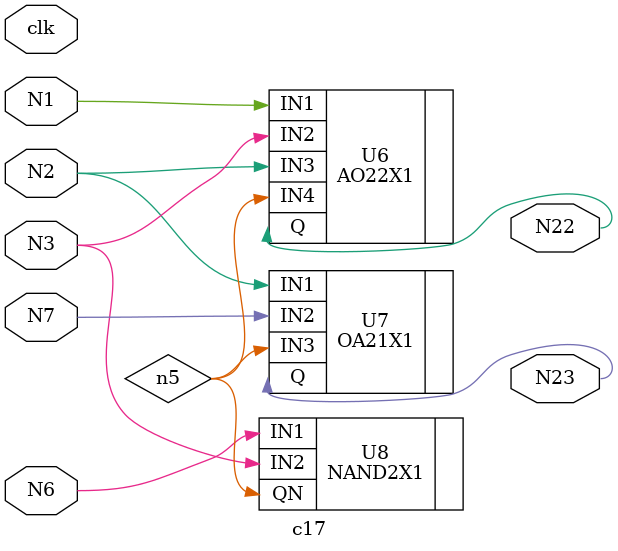
<source format=v>

module c17 ( clk, N1, N2, N3, N6, N7, N23, N22 );
  input clk, N1, N2, N3, N6, N7;
  output N23, N22;
  wire   n5;

  AO22X1 U6 ( .IN1(N1), .IN2(N3), .IN3(N2), .IN4(n5), .Q(N22) );
  OA21X1 U7 ( .IN1(N2), .IN2(N7), .IN3(n5), .Q(N23) );
  NAND2X1 U8 ( .IN1(N6), .IN2(N3), .QN(n5) );
endmodule


</source>
